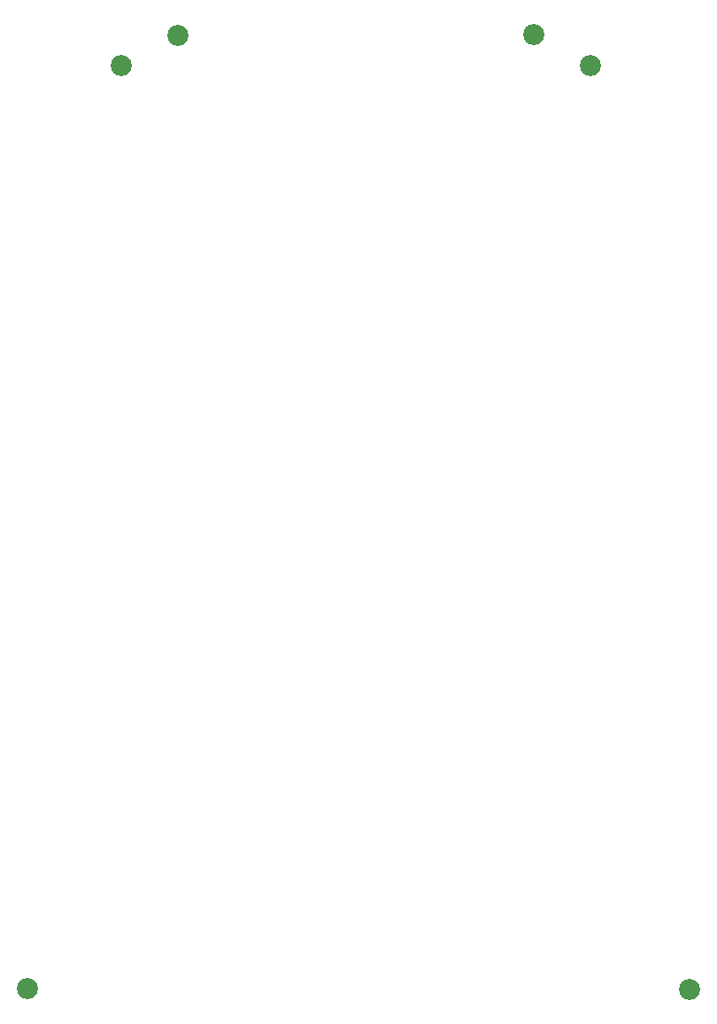
<source format=gbl>
G04 MADE WITH FRITZING*
G04 WWW.FRITZING.ORG*
G04 DOUBLE SIDED*
G04 HOLES PLATED*
G04 CONTOUR ON CENTER OF CONTOUR VECTOR*
%ASAXBY*%
%FSLAX23Y23*%
%MOIN*%
%OFA0B0*%
%SFA1.0B1.0*%
%ADD10C,0.079370*%
%LNCOPPER0*%
G90*
G70*
G54D10*
X2192Y3571D03*
X73Y97D03*
X1978Y3688D03*
X640Y3683D03*
X2566Y96D03*
X426Y3572D03*
G04 End of Copper0*
M02*
</source>
